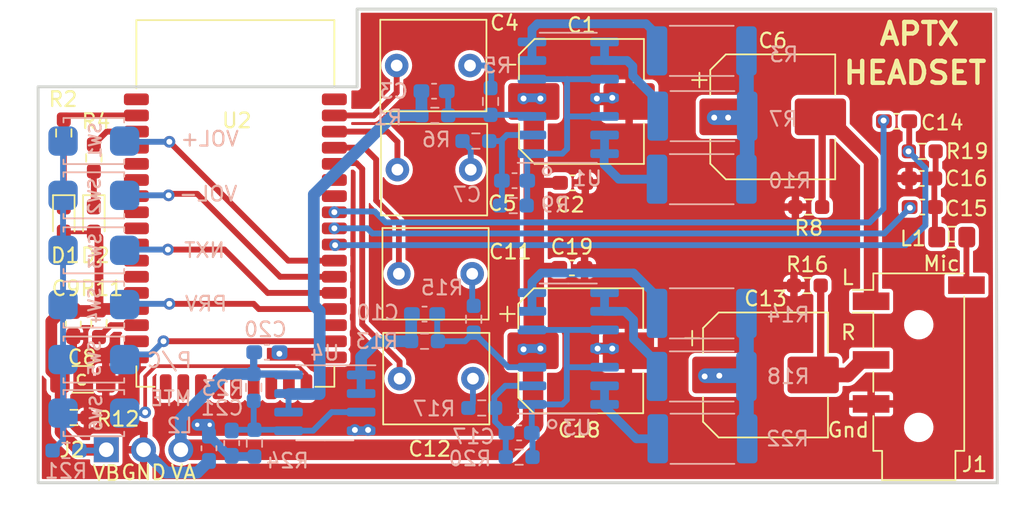
<source format=kicad_pcb>
(kicad_pcb (version 20220308) (generator pcbnew)
  (layers (0 "F.Cu" signal) (31 "B.Cu" signal) (34 "B.Paste" user) (35 "F.Paste" user) (36 "B.SilkS" user "B.Silkscreen") (37 "F.SilkS" user "F.Silkscreen") (38 "B.Mask" user) (39 "F.Mask" user) (44 "Edge.Cuts" user))
  (net 0 "")
  (net 1 "VDDA")
  (net 2 "GNDA")
  (net 3 "/VGND_L")
  (net 4 "/LIN_P")
  (net 5 "Net-(C4-Pad2)")
  (net 6 "/LIN_N")
  (net 7 "Net-(C5-Pad2)")
  (net 8 "Net-(C6-Pad1)")
  (net 9 "/LOUT")
  (net 10 "+4V")
  (net 11 "GNDD")
  (net 12 "/RIN_P")
  (net 13 "Net-(C11-Pad2)")
  (net 14 "/RIN_N")
  (net 15 "Net-(C12-Pad2)")
  (net 16 "Net-(C13-Pad1)")
  (net 17 "/ROUT")
  (net 18 "/MIC_AP")
  (net 19 "/MIC_BIAS")
  (net 20 "/MIC_AN")
  (net 21 "Net-(C15-Pad2)")
  (net 22 "Net-(D1-K)")
  (net 23 "Net-(D2-K)")
  (net 24 "Net-(U4A-+)")
  (net 25 "Net-(U2-LED1)")
  (net 26 "Net-(U2-LED0)")
  (net 27 "Net-(R21-Pad2)")
  (net 28 "/VOL+")
  (net 29 "/VOL-")
  (net 30 "/NEXT")
  (net 31 "/PREV")
  (net 32 "/PP{slash}CALL")
  (net 33 "/MUTE")
  (net 59 "Net-(U1A-+)")
  (net 60 "Net-(U1A--)")
  (net 61 "Net-(U1B-+)")
  (net 62 "Net-(U3A-+)")
  (net 63 "Net-(U3A--)")
  (net 64 "Net-(U3B-+)")
  (net 65 "Net-(U1B--)")
  (net 66 "Net-(U1C--)")
  (net 67 "Net-(U1D--)")
  (net 68 "Net-(U3B--)")
  (net 69 "Net-(U3C--)")
  (net 70 "Net-(U3D--)")
  (net 71 "/MIC+")
  (net 72 "/VGND_R")
  (net 73 "Net-(U2-PWR_EN)")
  (footprint "00_hari:Jack_3.5mm_PJ320D_Horizontal" (layer "F.Cu") (at 145.9 92.6 90)
    (fp_text reference "J1")
    (fp_text value "AudioJack4")
  )
  (footprint "00_hari:C_0603_1608Metric_Pad1.08x0.95mm_HandSolder" (layer "F.Cu") (at 122.25 86.5)
    (fp_text reference "C19")
    (fp_text value "100nF")
  )
  (footprint "00_hari:L_0805_2012Metric_Pad1.15x1.40mm_HandSolder" (layer "F.Cu") (at 148.15 84.4)
    (fp_text reference "L1")
    (fp_text value "15nH")
  )
  (footprint "00_hari:CP_Elec_8x10" (layer "F.Cu") (at 135.9425 76.2)
    (fp_text reference "C6")
    (fp_text value "330uF 25V")
  )
  (footprint "00_hari:R_0603_1608Metric_Pad0.98x0.95mm_HandSolder" (layer "F.Cu") (at 89.65 79 90)
    (fp_text reference "R4")
    (fp_text value "2K2")
  )
  (footprint "00_hari:LED_0603_1608Metric_Pad1.05x0.95mm_HandSolder" (layer "F.Cu") (at 87.6 83.2 -90)
    (fp_text reference "D1")
    (fp_text value "BLU")
  )
  (footprint "00_hari:C_0603_1608Metric_Pad1.08x0.95mm_HandSolder" (layer "F.Cu") (at 122.3 80.7)
    (fp_text reference "C2")
    (fp_text value "100nF")
  )
  (footprint "00_hari:C_Rect_L7.0mm_W6.0mm_P5.00mm" (layer "F.Cu") (at 110.3 72.7)
    (fp_text reference "C4")
    (fp_text value "1uF polyester")
  )
  (footprint "00_hari:CP_Elec_8x10" (layer "F.Cu") (at 122.9 75.15)
    (fp_text reference "C1")
    (fp_text value "330uF 25V")
  )
  (footprint "00_hari:CP_Elec_8x10" (layer "F.Cu") (at 135.45 93.8)
    (fp_text reference "C13")
    (fp_text value "330uF 25V")
  )
  (footprint "00_hari:R_0603_1608Metric_Pad0.98x0.95mm_HandSolder" (layer "F.Cu") (at 87.6 77.3 90)
    (fp_text reference "R2")
    (fp_text value "2K2")
  )
  (footprint "00_hari:csr8645_f3188" (layer "F.Cu") (at 99.3 75.005)
    (fp_text reference "U2")
    (fp_text value "CSR8645")
  )
  (footprint "00_hari:R_0603_1608Metric_Pad0.98x0.95mm_HandSolder" (layer "F.Cu") (at 146.1375 78.55)
    (fp_text reference "R19")
    (fp_text value "2K2")
  )
  (footprint "00_hari:C_0603_1608Metric_Pad1.08x0.95mm_HandSolder" (layer "F.Cu") (at 88.25 90.3 90)
    (fp_text reference "C9")
    (fp_text value "100nF")
  )
  (footprint "00_hari:C_Rect_L7.0mm_W6.0mm_P5.00mm" (layer "F.Cu") (at 110.35 79.8)
    (fp_text reference "C5")
    (fp_text value "1uF polyester")
  )
  (footprint "00_hari:C_0603_1608Metric_Pad1.08x0.95mm_HandSolder" (layer "F.Cu") (at 144.3875 76.5)
    (fp_text reference "C14")
    (fp_text value "100nF")
  )
  (footprint "00_hari:C_0603_1608Metric_Pad1.08x0.95mm_HandSolder" (layer "F.Cu") (at 146.1 80.4 180)
    (fp_text reference "C16")
    (fp_text value "15pF")
  )
  (footprint "00_hari:R_0603_1608Metric_Pad0.98x0.95mm_HandSolder" (layer "F.Cu") (at 90 90.3 -90)
    (fp_text reference "R11")
    (fp_text value "10K")
  )
  (footprint "00_hari:LED_0603_1608Metric_Pad1.05x0.95mm_HandSolder" (layer "F.Cu") (at 89.65 83.2 -90)
    (fp_text reference "D2")
    (fp_text value "RED")
  )
  (footprint "00_hari:R_0603_1608Metric_Pad0.98x0.95mm_HandSolder" (layer "F.Cu") (at 138.3 87.7)
    (fp_text reference "R16")
    (fp_text value "22K")
  )
  (footprint "00_hari:C_0603_1608Metric_Pad1.08x0.95mm_HandSolder" (layer "F.Cu") (at 146.1375 82.35)
    (fp_text reference "C15")
    (fp_text value "100nF")
  )
  (footprint "00_hari:C_1206_3216Metric_Pad1.33x1.80mm_HandSolder" (layer "F.Cu") (at 88.9 94.1)
    (fp_text reference "C8")
    (fp_text value "10uF tantalum")
  )
  (footprint "00_hari:PinHeader_1x03_P2.54mm_Vertical" (layer "F.Cu") (at 90.5 98.9 90)
    (fp_text reference "J2")
    (fp_text value "Conn_01x03")
  )
  (footprint "00_hari:R_0603_1608Metric_Pad0.98x0.95mm_HandSolder" (layer "F.Cu") (at 138.4 82.35 180)
    (fp_text reference "R8")
    (fp_text value "22K")
  )
  (footprint "00_hari:R_0603_1608Metric_Pad0.98x0.95mm_HandSolder" (layer "F.Cu") (at 88.3 96.7)
    (fp_text reference "R12")
    (fp_text value "10K")
  )
  (footprint "00_hari:CP_Elec_8x10" (layer "F.Cu") (at 122.85 92.15)
    (fp_text reference "C18")
    (fp_text value "330uF 25V")
  )
  (footprint "00_hari:C_Rect_L7.0mm_W6.0mm_P5.00mm" (layer "F.Cu") (at 110.45 86.9)
    (fp_text reference "C11")
    (fp_text value "1uF polyester")
  )
  (footprint "00_hari:C_Rect_L7.0mm_W6.0mm_P5.00mm" (layer "F.Cu") (at 110.5 94.05)
    (fp_text reference "C12")
    (fp_text value "1uF polyester")
  )
  (footprint "00_hari:C_0603_1608Metric_Pad1.08x0.95mm_HandSolder" (layer "B.Cu") (at 118.65 97.75)
    (fp_text reference "C17")
    (fp_text value "20pF")
  )
  (footprint "00_hari:R_0603_1608Metric_Pad0.98x0.95mm_HandSolder" (layer "B.Cu") (at 112.2 91.5)
    (fp_text reference "R13")
    (fp_text value "22K")
  )
  (footprint "00_hari:SW_Push_SPST_NO_Alps_SKRK" (layer "B.Cu") (at 89.65 77.85)
    (fp_text reference "SW1")
    (fp_text value "vol+")
  )
  (footprint "00_hari:SOIC-8_3.9x4.9mm_P1.27mm" (layer "B.Cu") (at 105.4 95.7 180)
    (fp_text reference "U4")
    (fp_text value "LM358")
  )
  (footprint "00_hari:SW_Push_SPST_NO_Alps_SKRK" (layer "B.Cu") (at 89.65 89)
    (fp_text reference "SW4")
    (fp_text value "prev")
  )
  (footprint "00_hari:SW_Push_SPST_NO_Alps_SKRK" (layer "B.Cu") (at 89.65 96.4)
    (fp_text reference "SW6")
    (fp_text value "mute")
  )
  (footprint "00_hari:C_0603_1608Metric_Pad1.08x0.95mm_HandSolder" (layer "B.Cu") (at 101.45 92.25)
    (fp_text reference "C20")
    (fp_text value "10uF")
  )
  (footprint "00_hari:SW_Push_SPST_NO_Alps_SKRK" (layer "B.Cu") (at 89.65 85.3)
    (fp_text reference "SW3")
    (fp_text value "next")
  )
  (footprint "00_hari:R_0603_1608Metric_Pad0.98x0.95mm_HandSolder" (layer "B.Cu") (at 100.55 94.65 -90)
    (fp_text reference "R23")
    (fp_text value "10K")
  )
  (footprint "00_hari:SOIC-14_3.9x8.7mm_P1.27mm" (layer "B.Cu") (at 122 74.9)
    (fp_text reference "U1")
    (fp_text value "OPA1664")
  )
  (footprint "00_hari:C_0603_1608Metric_Pad1.08x0.95mm_HandSolder" (layer "B.Cu") (at 118.3375 80.55)
    (fp_text reference "C7")
    (fp_text value "20pF")
  )
  (footprint "00_hari:R_2512_6332Metric_Pad1.40x3.35mm_HandSolder" (layer "B.Cu") (at 131.1 80.45)
    (fp_text reference "R10")
    (fp_text value "0R2")
  )
  (footprint "00_hari:R_2512_6332Metric_Pad1.40x3.35mm_HandSolder" (layer "B.Cu") (at 131.1 89.6)
    (fp_text reference "R14")
    (fp_text value "0R2")
  )
  (footprint "00_hari:SW_Push_SPST_NO_Alps_SKRK" (layer "B.Cu") (at 89.65 92.75)
    (fp_text reference "SW5")
    (fp_text value "pp/call")
  )
  (footprint "00_hari:SOIC-14_3.9x8.7mm_P1.27mm" (layer "B.Cu") (at 122 92)
    (fp_text reference "U3")
    (fp_text value "OPA1664")
  )
  (footprint "00_hari:SW_Push_SPST_NO_Alps_SKRK" (layer "B.Cu") (at 89.65 81.55)
    (fp_text reference "SW2")
    (fp_text value "vol-")
  )
  (footprint "00_hari:R_2512_6332Metric_Pad1.40x3.35mm_HandSolder" (layer "B.Cu") (at 131.15 76.15)
    (fp_text reference "R7")
    (fp_text value "0R2")
  )
  (footprint "00_hari:R_0603_1608Metric_Pad0.98x0.95mm_HandSolder" (layer "B.Cu") (at 118.65 99.4)
    (fp_text reference "R20")
    (fp_text value "22K")
  )
  (footprint "00_hari:R_0603_1608Metric_Pad0.98x0.95mm_HandSolder" (layer "B.Cu") (at 115.55 90 -90)
    (fp_text reference "R15")
    (fp_text value "22K")
  )
  (footprint "00_hari:R_0603_1608Metric_Pad0.98x0.95mm_HandSolder" (layer "B.Cu") (at 118.25 82.25)
    (fp_text reference "R9")
    (fp_text value "22K")
  )
  (footprint "00_hari:C_0603_1608Metric_Pad1.08x0.95mm_HandSolder" (layer "B.Cu") (at 97.5 98.8 90)
    (fp_text reference "L2")
    (fp_text value "L_Ferrite")
  )
  (footprint "00_hari:R_0603_1608Metric_Pad0.98x0.95mm_HandSolder" (layer "B.Cu") (at 116.7 75.15 -90)
    (fp_text reference "R5")
    (fp_text value "22K")
  )
  (footprint "00_hari:C_0603_1608Metric_Pad1.08x0.95mm_HandSolder" (layer "B.Cu") (at 112.85 74.45)
    (fp_text reference "C3")
    (fp_text value "20pF")
  )
  (footprint "00_hari:R_2512_6332Metric_Pad1.40x3.35mm_HandSolder" (layer "B.Cu") (at 131.1 71.7)
    (fp_text reference "R3")
    (fp_text value "0R2")
  )
  (footprint "00_hari:R_0603_1608Metric_Pad0.98x0.95mm_HandSolder" (layer "B.Cu") (at 112.9 76.1)
    (fp_text reference "R1")
    (fp_text value "22K")
  )
  (footprint "00_hari:R_0603_1608Metric_Pad0.98x0.95mm_HandSolder" (layer "B.Cu") (at 115.7 77.85)
    (fp_text reference "R6")
    (fp_text value "22K")
  )
  (footprint "00_hari:R_2512_6332Metric_Pad1.40x3.35mm_HandSolder" (layer "B.Cu") (at 131.1 93.9)
    (fp_text reference "R18")
    (fp_text value "0R2")
  )
  (footprint "00_hari:R_0603_1608Metric_Pad0.98x0.95mm_HandSolder" (layer "B.Cu") (at 116.1 96.05)
    (fp_text reference "R17")
    (fp_text value "22K")
  )
  (footprint "00_hari:C_0603_1608Metric_Pad1.08x0.95mm_HandSolder" (layer "B.Cu") (at 99.05 98.45 -90)
    (fp_text reference "C21")
    (fp_text value "10uF")
  )
  (footprint "00_hari:R_0603_1608Metric_Pad0.98x0.95mm_HandSolder" (layer "B.Cu") (at 100.6 98.45 -90)
    (fp_text reference "R24")
    (fp_text value "10K")
  )
  (footprint "00_hari:R_0603_1608Metric_Pad0.98x0.95mm_HandSolder" (layer "B.Cu") (at 87.75 98.95 180)
    (fp_text reference "R21")
    (fp_text value "10K")
  )
  (footprint "00_hari:R_2512_6332Metric_Pad1.40x3.35mm_HandSolder" (layer "B.Cu") (at 131.15 98.15)
    (fp_text reference "R22")
    (fp_text value "0R2")
  )
  (footprint "00_hari:C_0603_1608Metric_Pad1.08x0.95mm_HandSolder" (layer "B.Cu") (at 112.2 89.65)
    (fp_text reference "C10")
    (fp_text value "20pF")
  )
  (gr_circle (center 120.55 79.9) (end 120.35 80.1) (stroke (width 0.15)) (fill none) (layer "B.SilkS"))
  (gr_circle (center 120.9 97.15) (end 120.7 97.35) (stroke (width 0.15)) (fill none) (layer "B.SilkS"))
  (gr_poly (pts (xy 151.25 101.15) (xy 85.85 101.15) (xy 85.85 74.15) (xy 107.6 74.15) (xy 107.6 68.85) (xy 151.15 68.85)) (stroke (width 0.2)) (fill none) (layer "Edge.Cuts"))
  (gr_text "VOL-" (at 97.45 81.45) (layer "B.SilkS") (effects (font (size 1 1)) (justify mirror)))
  (gr_text "MTE" (at 94.9 95.4) (layer "B.SilkS") (effects (font (size 1 1)) (justify mirror)))
  (gr_text "PRV" (at 97.3 88.95) (layer "B.SilkS") (effects (font (size 1 1)) (justify mirror)))
  (gr_text "NXT" (at 97.2 85.3) (layer "B.SilkS") (effects (font (size 1 1)) (justify mirror)))
  (gr_text "VOL+" (at 97.55 77.7) (layer "B.SilkS") (effects (font (size 1 1)) (justify mirror)))
  (gr_text "P/C" (at 94.8 92.8) (layer "B.SilkS") (effects (font (size 1 1)) (justify mirror)))
  (gr_text "VB" (at 90.5 100.5) (layer "F.SilkS") (effects (font (size 1 1))))
  (gr_text "L" (at 141.05 87.15) (layer "F.SilkS") (effects (font (size 1 1))))
  (gr_text "GND" (at 93.05 100.45) (layer "F.SilkS") (effects (font (size 1 1))))
  (gr_text "Gnd" (at 141.1 97.55) (layer "F.SilkS") (effects (font (size 1 1))))
  (gr_text "APTX" (at 145.95 70.55) (layer "F.SilkS") (effects (font (size 1.5 1.5) (thickness 0.3) bold)))
  (gr_text "HEADSET" (at 145.65 73.2) (layer "F.SilkS") (effects (font (size 1.5 1.5) (thickness 0.3) bold)))
  (gr_text "R" (at 141.1 90.9) (layer "F.SilkS") (effects (font (size 1 1))))
  (gr_text "VA" (at 95.75 100.45) (layer "F.SilkS") (effects (font (size 1 1))))
  (gr_text "Mic" (at 147.45 86.2) (layer "F.SilkS") (effects (font (size 1 1))))
  (segment (start 119.75 80.7) (end 119.65 80.6) (width 0.25) (layer "F.Cu") (net 1))
  (segment (start 119.6 97.15) (end 119.6 92.15) (width 1.4) (layer "F.Cu") (net 1))
  (segment (start 119.65 75.15) (end 119.65 80.6) (width 1.4) (layer "F.Cu") (net 1))
  (segment (start 95.58 98.9) (end 117.85 98.9) (width 1.4) (layer "F.Cu") (net 1))
  (segment (start 121.4375 80.7) (end 119.75 80.7) (width 0.7) (layer "F.Cu") (net 1))
  (segment (start 119.65 92.1) (end 119.6 92.15) (width 0.25) (layer "F.Cu") (net 1))
  (segment (start 119.65 86.45) (end 119.65 92.1) (width 1.4) (layer "F.Cu") (net 1))
  (segment (start 117.85 98.9) (end 119.6 97.15) (width 1.4) (layer "F.Cu") (net 1))
  (segment (start 119.65 80.6) (end 119.65 86.45) (width 1.4) (layer "F.Cu") (net 1))
  (segment (start 121.3875 86.5) (end 119.7 86.5) (width 0.7) (layer "F.Cu") (net 1))
  (segment (start 119.7 86.5) (end 119.65 86.45) (width 0.25) (layer "F.Cu") (net 1))
  (via (at 120.1 74.95) (size 0.8) (drill 0.4) (layers "F.Cu" "B.Cu") (net 1))
  (via (at 118.95 74.95) (size 0.8) (drill 0.4) (layers "F.Cu" "B.Cu") (net 1))
  (via (at 120.1 92) (size 0.8) (drill 0.4) (layers "F.Cu" "B.Cu") (net 1))
  (via (at 118.95 92.05) (size 0.8) (drill 0.4) (layers "F.Cu" "B.Cu") (net 1))
  (segment (start 95.55 96.8) (end 95.58 96.83) (width 0.25) (layer "B.Cu") (net 1))
  (segment (start 100.55 93.7375) (end 102.8325 93.7375) (width 0.5) (layer "B.Cu") (net 1))
  (segment (start 100.55 93.7375) (end 100.55 92.2875) (width 0.5) (layer "B.Cu") (net 1))
  (segment (start 95.58 96.83) (end 95.58 98.9) (width 0.8) (layer "B.Cu") (net 1))
  (segment (start 100.55 93.7375) (end 98.6125 93.7375) (width 0.8) (layer "B.Cu") (net 1))
  (segment (start 98.6125 93.7375) (end 95.55 96.8) (width 0.8) (layer "B.Cu") (net 1))
  (segment (start 125 92) (end 124 92) (width 0.8) (layer "F.Cu") (net 2))
  (segment (start 124.95 74.95) (end 125 74.9) (width 0.254) (layer "F.Cu") (net 2))
  (segment (start 123.95 74.95) (end 124.95 74.95) (width 0.8) (layer "F.Cu") (net 2))
  (via (at 124 92) (size 0.8) (drill 0.4) (layers "F.Cu" "B.Cu") (net 2))
  (via (at 123.95 74.95) (size 0.8) (drill 0.4) (layers "F.Cu" "B.Cu") (net 2))
  (via (at 97.55 97.2) (size 0.7) (drill 0.3) (layers "F.Cu" "B.Cu") (net 2))
  (via (at 125 92) (size 0.8) (drill 0.4) (layers "F.Cu" "B.Cu") (net 2))
  (via (at 102.3 92.3535) (size 0.8) (drill 0.4) (layers "F.Cu" "B.Cu") (net 2))
  (via (at 96.7 97.2) (size 0.7) (drill 0.3) (layers "F.Cu" "B.Cu") (net 2))
  (via (at 108.35 97.5505) (size 0.8) (drill 0.4) (layers "F.Cu" "B.Cu") (net 2))
  (via (at 107.45 97.5505) (size 0.8) (drill 0.4) (layers "F.Cu" "B.Cu") (net 2))
  (via (at 125 74.9) (size 0.8) (drill 0.4) (layers "F.Cu" "B.Cu") (net 2))
  (segment (start 98.875 99.3125) (end 97.5 97.9375) (width 0.6) (layer "B.Cu") (net 2))
  (segment (start 100.6 99.3625) (end 99.1 99.3625) (width 0.6) (layer "B.Cu") (net 2))
  (segment (start 97.4785 97.2) (end 96.7 97.2) (width 0.8) (layer "B.Cu") (net 2))
  (segment (start 99.1 99.3625) (end 99.05 99.3125) (width 0.254) (layer "B.Cu") (net 2))
  (segment (start 99.05 99.3125) (end 98.875 99.3125) (width 0.254) (layer "B.Cu") (net 2))
  (segment (start 97.5 97.9375) (end 97.5 97.2) (width 0.8) (layer "B.Cu") (net 2))
  (segment (start 97.5 97.2) (end 97.55 97.2) (width 0.254) (layer "B.Cu") (net 2))
  (segment (start 111.9875 76.1) (end 110.05 76.1) (width 0.8) (layer "B.Cu") (net 3))
  (segment (start 111.9875 74.45) (end 111.9875 76.1) (width 0.8) (layer "B.Cu") (net 3))
  (segment (start 102.925 96.335) (end 102.925 95.065) (width 0.4) (layer "B.Cu") (net 3))
  (segment (start 104.65 89.05) (end 105.05 89.45) (width 0.8) (layer "B.Cu") (net 3))
  (segment (start 105.05 89.45) (end 105.05 95.1) (width 0.8) (layer "B.Cu") (net 3))
  (segment (start 105.05 95.1) (end 102.96 95.1) (width 0.8) (layer "B.Cu") (net 3))
  (segment (start 110.05 76.1) (end 104.65 81.5) (width 0.8) (layer "B.Cu") (net 3))
  (segment (start 104.65 81.5) (end 104.65 89.05) (width 0.8) (layer "B.Cu") (net 3))
  (segment (start 110.3 74.55) (end 110.3 72.7) (width 0.4) (layer "F.Cu") (net 4))
  (segment (start 106.05 76.105) (end 108.745 76.105) (width 0.4) (layer "F.Cu") (net 4))
  (segment (start 108.745 76.105) (end 110.3 74.55) (width 0.4) (layer "F.Cu") (net 4))
  (segment (start 116.75 73.1) (end 116.75 74.1875) (width 0.4) (layer "B.Cu") (net 5))
  (segment (start 115.3 72.7) (end 116.35 72.7) (width 0.4) (layer "B.Cu") (net 5))
  (segment (start 116.35 72.7) (end 116.75 73.1) (width 0.4) (layer "B.Cu") (net 5))
  (segment (start 109.3 77.2) (end 109.65 77.2) (width 0.4) (layer "F.Cu") (net 6))
  (segment (start 109.295 77.205) (end 109.3 77.2) (width 0.4) (layer "F.Cu") (net 6))
  (segment (start 110.35 77.9) (end 110.35 79.8) (width 0.4) (layer "F.Cu") (net 6))
  (segment (start 109.65 77.2) (end 110.35 77.9) (width 0.4) (layer "F.Cu") (net 6))
  (segment (start 106.05 77.205) (end 109.295 77.205) (width 0.4) (layer "F.Cu") (net 6))
  (segment (start 115.35 78.4125) (end 114.7875 77.85) (width 0.4) (layer "B.Cu") (net 7))
  (segment (start 115.35 79.8) (end 115.35 78.4125) (width 0.4) (layer "B.Cu") (net 7))
  (via (at 131.95 76.25) (size 0.8) (drill 0.4) (layers "F.Cu" "B.Cu") (net 8))
  (via (at 132.9 76.25) (size 0.8) (drill 0.4) (layers "F.Cu" "B.Cu") (net 8))
  (segment (start 134 76.25) (end 134.15 76.1) (width 0.254) (layer "B.Cu") (net 8))
  (segment (start 134.2 76.15) (end 134.2 80.4) (width 1) (layer "B.Cu") (net 8))
  (segment (start 132.9 76.25) (end 134 76.25) (width 1) (layer "B.Cu") (net 8))
  (segment (start 134.15 76.1) (end 134.2 76.15) (width 0.254) (layer "B.Cu") (net 8))
  (segment (start 134.2 80.4) (end 134.15 80.45) (width 0.254) (layer "B.Cu") (net 8))
  (segment (start 134.15 71.7) (end 134.15 76.1) (width 1) (layer "B.Cu") (net 8))
  (segment (start 131.95 76.25) (end 132.9 76.25) (width 1) (layer "B.Cu") (net 8))
  (segment (start 139.65 76.2) (end 139.1925 76.2) (width 0.25) (layer "F.Cu") (net 9))
  (segment (start 142.65 79.2) (end 139.65 76.2) (width 1) (layer "F.Cu") (net 9))
  (segment (start 142.65 88.775) (end 142.65 79.2) (width 1) (layer "F.Cu") (net 9))
  (segment (start 139.3125 76.32) (end 139.3125 82.35) (width 0.5) (layer "F.Cu") (net 9))
  (segment (start 139.1925 76.2) (end 139.3125 76.32) (width 0.25) (layer "F.Cu") (net 9))
  (segment (start 86.75 90.15) (end 86.75 93.5125) (width 0.8) (layer "F.Cu") (net 10))
  (segment (start 88.6 98.9) (end 87.3875 97.6875) (width 0.8) (layer "F.Cu") (net 10))
  (segment (start 89.65 84.075) (end 90 84.425) (width 0.25) (layer "F.Cu") (net 10))
  (segment (start 86.75 93.5125) (end 87.25 94.0125) (width 0.8) (layer "F.Cu") (net 10))
  (segment (start 87.3875 97.6875) (end 87.3875 96.15) (width 0.8) (layer "F.Cu") (net 10))
  (segment (start 87.6 84.075) (end 89.65 84.075) (width 0.25) (layer "F.Cu") (net 10))
  (segment (start 90.5 98.9) (end 88.6 98.9) (width 0.8) (layer "F.Cu") (net 10))
  (segment (start 90 84.425) (end 90 89.3875) (width 0.6) (layer "F.Cu") (net 10))
  (segment (start 87.3875 96.15) (end 87.3875 94.15) (width 0.8) (layer "F.Cu") (net 10))
  (segment (start 88.25 89.4375) (end 87.4625 89.4375) (width 0.8) (layer "F.Cu") (net 10))
  (segment (start 87.4625 89.4375) (end 86.75 90.15) (width 0.8) (layer "F.Cu") (net 10))
  (segment (start 88.25 89.4375) (end 89.95 89.4375) (width 0.8) (layer "F.Cu") (net 10))
  (segment (start 91.9 89.3) (end 90.0875 89.3) (width 0.8) (layer "F.Cu") (net 10))
  (segment (start 90.45 98.95) (end 90.5 98.9) (width 0.4) (layer "B.Cu") (net 10))
  (segment (start 88.6625 98.95) (end 90.45 98.95) (width 0.4) (layer "B.Cu") (net 10))
  (segment (start 92.55 92.605) (end 92.55 93.35) (width 0.6) (layer "F.Cu") (net 11))
  (segment (start 92.55 92.605) (end 91.255 92.605) (width 0.6) (layer "F.Cu") (net 11))
  (segment (start 96.7125 100.45) (end 97.5 99.6625) (width 0.8) (layer "B.Cu") (net 11))
  (segment (start 93.04 98.9) (end 94.59 100.45) (width 0.8) (layer "B.Cu") (net 11))
  (segment (start 94.59 100.45) (end 96.7125 100.45) (width 0.8) (layer "B.Cu") (net 11))
  (segment (start 108.1 78.3) (end 106.055 78.3) (width 0.4) (layer "F.Cu") (net 12))
  (segment (start 108.9 79.1) (end 108.1 78.3) (width 0.4) (layer "F.Cu") (net 12))
  (segment (start 110.45 83.45) (end 108.9 81.9) (width 0.4) (layer "F.Cu") (net 12))
  (segment (start 106.055 78.3) (end 106.05 78.305) (width 0.4) (layer "F.Cu") (net 12))
  (segment (start 110.45 86.9) (end 110.45 83.45) (width 0.4) (layer "F.Cu") (net 12))
  (segment (start 108.9 81.9) (end 108.9 79.1) (width 0.4) (layer "F.Cu") (net 12))
  (segment (start 115.45 88.9875) (end 115.55 89.0875) (width 0.254) (layer "B.Cu") (net 13))
  (segment (start 115.45 86.9) (end 115.45 88.9875) (width 0.4) (layer "B.Cu") (net 13))
  (segment (start 106.105 79.35) (end 106.05 79.405) (width 0.4) (layer "F.Cu") (net 14))
  (segment (start 107.55 79.35) (end 106.105 79.35) (width 0.4) (layer "F.Cu") (net 14))
  (segment (start 110.5 94.05) (end 110.5 92.9) (width 0.4) (layer "F.Cu") (net 14))
  (segment (start 110.5 92.9) (end 107.95 90.35) (width 0.4) (layer "F.Cu") (net 14))
  (segment (start 107.95 90.35) (end 107.95 79.75) (width 0.4) (layer "F.Cu") (net 14))
  (segment (start 107.95 79.75) (end 107.55 79.35) (width 0.4) (layer "F.Cu") (net 14))
  (segment (start 115.5 94.05) (end 115.5 95.7375) (width 0.4) (layer "B.Cu") (net 15))
  (segment (start 115.5 95.7375) (end 115.1875 96.05) (width 0.254) (layer "B.Cu") (net 15))
  (via (at 131.3 93.9) (size 0.8) (drill 0.4) (layers "F.Cu" "B.Cu") (net 16))
  (via (at 132.3 93.85) (size 0.8) (drill 0.4) (layers "F.Cu" "B.Cu") (net 16))
  (segment (start 131.35 93.85) (end 131.3 93.9) (width 0.254) (layer "B.Cu") (net 16))
  (segment (start 132.3 93.85) (end 131.35 93.85) (width 1) (layer "B.Cu") (net 16))
  (segment (start 134.15 93.9) (end 134.15 98.1) (width 1) (layer "B.Cu") (net 16))
  (segment (start 132.3 93.85) (end 134.1 93.85) (width 1) (layer "B.Cu") (net 16))
  (segment (start 134.1 93.85) (end 134.15 93.9) (width 0.254) (layer "B.Cu") (net 16))
  (segment (start 134.15 98.1) (end 134.2 98.15) (width 0.254) (layer "B.Cu") (net 16))
  (segment (start 134.15 89.6) (end 134.15 93.9) (width 1) (layer "B.Cu") (net 16))
  (segment (start 141.05 93.8) (end 138.7 93.8) (width 1) (layer "F.Cu") (net 17))
  (segment (start 139.2125 93.2875) (end 138.7 93.8) (width 0.25) (layer "F.Cu") (net 17))
  (segment (start 142.65 92.775) (end 142.075 92.775) (width 0.254) (layer "F.Cu") (net 17))
  (segment (start 142.075 92.775) (end 141.05 93.8) (width 1) (layer "F.Cu") (net 17))
  (segment (start 139.2125 87.7) (end 139.2125 93.2875) (width 0.5) (layer "F.Cu") (net 17))
  (via (at 143.5 76.45) (size 0.8) (drill 0.4) (layers "F.Cu" "B.Cu") (net 18))
  (via (at 106.05 82.7) (size 0.8) (drill 0.4) (layers "F.Cu" "B.Cu") (net 18))
  (segment (start 108.8 82.65) (end 106.1 82.65) (width 0.4) (layer "B.Cu") (net 18))
  (segment (start 143.5 82.45) (end 142.55 83.4) (width 0.4) (layer "B.Cu") (net 18))
  (segment (start 109.55 83.4) (end 108.8 82.65) (width 0.4) (layer "B.Cu") (net 18))
  (segment (start 106.1 82.65) (end 106.05 82.7) (width 0.2) (layer "B.Cu") (net 18))
  (segment (start 143.5 76.45) (end 143.5 82.45) (width 0.4) (layer "B.Cu") (net 18))
  (segment (start 142.55 83.4) (end 109.55 83.4) (width 0.4) (layer "B.Cu") (net 18))
  (segment (start 145.25 76.5) (end 145.25 78.525) (width 0.4) (layer "F.Cu") (net 19))
  (segment (start 145.25 78.525) (end 145.225 78.55) (width 0.25) (layer "F.Cu") (net 19))
  (via (at 145.2 78.55) (size 0.8) (drill 0.4) (layers "F.Cu" "B.Cu") (net 19))
  (via (at 106.1 84.95) (size 0.8) (drill 0.4) (layers "F.Cu" "B.Cu") (net 19))
  (segment (start 146.35 83.6) (end 146.35 79.7) (width 0.4) (layer "B.Cu") (net 19))
  (segment (start 146.35 79.7) (end 145.2 78.55) (width 0.4) (layer "B.Cu") (net 19))
  (segment (start 145 84.95) (end 146.35 83.6) (width 0.4) (layer "B.Cu") (net 19))
  (segment (start 106.1 84.95) (end 145 84.95) (width 0.4) (layer "B.Cu") (net 19))
  (via (at 106.05 83.8) (size 0.8) (drill 0.4) (layers "F.Cu" "B.Cu") (net 20))
  (via (at 145.3 82.4) (size 0.8) (drill 0.4) (layers "F.Cu" "B.Cu") (net 20))
  (segment (start 108.65 84.15) (end 108.3 83.8) (width 0.4) (layer "B.Cu") (net 20))
  (segment (start 143.55 84.15) (end 108.65 84.15) (width 0.4) (layer "B.Cu") (net 20))
  (segment (start 145.3 82.4) (end 143.55 84.15) (width 0.4) (layer "B.Cu") (net 20))
  (segment (start 108.3 83.8) (end 106.05 83.8) (width 0.4) (layer "B.Cu") (net 20))
  (segment (start 147 84.275) (end 147.125 84.4) (width 0.25) (layer "F.Cu") (net 21))
  (segment (start 147.05 80.3125) (end 146.9625 80.4) (width 0.254) (layer "F.Cu") (net 21))
  (segment (start 146.9625 82.3125) (end 147 82.35) (width 0.254) (layer "F.Cu") (net 21))
  (segment (start 146.9625 80.4) (end 146.9625 82.3125) (width 0.4) (layer "F.Cu") (net 21))
  (segment (start 147 82.35) (end 147 84.275) (width 0.4) (layer "F.Cu") (net 21))
  (segment (start 147.05 78.55) (end 147.05 80.3125) (width 0.4) (layer "F.Cu") (net 21))
  (segment (start 87.6 78.2125) (end 87.6 82.325) (width 0.4) (layer "F.Cu") (net 22))
  (segment (start 89.65 79.9125) (end 89.65 82.325) (width 0.4) (layer "F.Cu") (net 23))
  (segment (start 102.8425 97.5375) (end 102.9 97.595) (width 0.25) (layer "B.Cu") (net 24))
  (segment (start 99.1 97.5375) (end 99.05 97.5875) (width 0.25) (layer "B.Cu") (net 24))
  (segment (start 100.6 97.5375) (end 99.1 97.5375) (width 0.4) (layer "B.Cu") (net 24))
  (segment (start 100.6 97.5375) (end 102.8425 97.5375) (width 0.4) (layer "B.Cu") (net 24))
  (segment (start 102.9 97.595) (end 102.9 97.6) (width 0.25) (layer "B.Cu") (net 24))
  (segment (start 105.865 96.335) (end 107.725 96.335) (width 0.4) (layer "B.Cu") (net 24))
  (segment (start 102.9 97.6) (end 104.6 97.6) (width 0.4) (layer "B.Cu") (net 24))
  (segment (start 100.55 95.5625) (end 100.55 97.4875) (width 0.4) (layer "B.Cu") (net 24))
  (segment (start 104.6 97.6) (end 105.865 96.335) (width 0.4) (layer "B.Cu") (net 24))
  (segment (start 100.55 97.4875) (end 100.6 97.5375) (width 0.25) (layer "B.Cu") (net 24))
  (segment (start 92.55 76.105) (end 87.8825 76.105) (width 0.4) (layer "F.Cu") (net 25))
  (segment (start 87.8825 76.105) (end 87.6 76.3875) (width 0.25) (layer "F.Cu") (net 25))
  (segment (start 90.5325 77.205) (end 89.65 78.0875) (width 0.4) (layer "F.Cu") (net 26))
  (segment (start 92.55 77.205) (end 90.5325 77.205) (width 0.4) (layer "F.Cu") (net 26))
  (segment (start 87.55 89) (end 87.55 92.75) (width 0.4) (layer "B.Cu") (net 27))
  (segment (start 87.55 98.2375) (end 86.8375 98.95) (width 0.4) (layer "B.Cu") (net 27))
  (segment (start 87.55 77.85) (end 87.55 81.55) (width 0.4) (layer "B.Cu") (net 27))
  (segment (start 87.55 81.55) (end 87.55 85.3) (width 0.4) (layer "B.Cu") (net 27))
  (segment (start 87.55 92.75) (end 87.55 96.4) (width 0.4) (layer "B.Cu") (net 27))
  (segment (start 87.55 85.3) (end 87.55 89) (width 0.4) (layer "B.Cu") (net 27))
  (segment (start 87.55 96.4) (end 87.55 98.2375) (width 0.4) (layer "B.Cu") (net 27))
  (segment (start 106.05 86.005) (end 102.905 86.005) (width 0.4) (layer "F.Cu") (net 28))
  (segment (start 102.905 86.005) (end 94.8 77.9) (width 0.4) (layer "F.Cu") (net 28))
  (via (at 94.8 77.9) (size 0.8) (drill 0.4) (layers "F.Cu" "B.Cu") (net 28))
  (segment (start 94.8 77.9) (end 91.8 77.9) (width 0.4) (layer "B.Cu") (net 28))
  (segment (start 91.8 77.9) (end 91.75 77.85) (width 0.2) (layer "B.Cu") (net 28))
  (segment (start 106.05 87.105) (end 102.355 87.105) (width 0.4) (layer "F.Cu") (net 29))
  (segment (start 94.85 81.45) (end 94.75 81.55) (width 0.2) (layer "F.Cu") (net 29))
  (segment (start 102.355 87.105) (end 96.7 81.45) (width 0.4) (layer "F.Cu") (net 29))
  (segment (start 96.7 81.45) (end 94.85 81.45) (width 0.4) (layer "F.Cu") (net 29))
  (via (at 94.75 81.55) (size 0.8) (drill 0.4) (layers "F.Cu" "B.Cu") (net 29))
  (segment (start 94.75 81.55) (end 91.75 81.55) (width 0.4) (layer "B.Cu") (net 29))
  (segment (start 101.505 88.205) (end 106.05 88.205) (width 0.4) (layer "F.Cu") (net 30))
  (segment (start 98.55 85.25) (end 101.505 88.205) (width 0.4) (layer "F.Cu") (net 30))
  (segment (start 94.7 85.25) (end 98.55 85.25) (width 0.4) (layer "F.Cu") (net 30))
  (via (at 94.7 85.25) (size 0.8) (drill 0.4) (layers "F.Cu" "B.Cu") (net 30))
  (segment (start 91.8 85.25) (end 91.75 85.3) (width 0.25) (layer "B.Cu") (net 30))
  (segment (start 94.7 85.25) (end 91.8 85.25) (width 0.4) (layer "B.Cu") (net 30))
  (segment (start 94.8 88.95) (end 100.55 88.95) (width 0.4) (layer "F.Cu") (net 31))
  (segment (start 100.55 88.95) (end 100.905 89.305) (width 0.4) (layer "F.Cu") (net 31))
  (segment (start 100.905 89.305) (end 106.05 89.305) (width 0.4) (layer "F.Cu") (net 31))
  (via (at 94.8 88.95) (size 0.8) (drill 0.4) (layers "F.Cu" "B.Cu") (net 31))
  (segment (start 94.8 88.95) (end 91.8 88.95) (width 0.4) (layer "B.Cu") (net 31))
  (segment (start 91.8 88.95) (end 91.75 89) (width 0.25) (layer "B.Cu") (net 31))
  (segment (start 106.045 91.5) (end 106.05 91.505) (width 0.25) (layer "F.Cu") (net 32))
  (segment (start 94.4 91.5) (end 106.045 91.5) (width 0.4) (layer "F.Cu") (net 32))
  (via (at 94.4 91.5) (size 0.8) (drill 0.4) (layers "F.Cu" "B.Cu") (net 32))
  (segment (start 93.5 92.4) (end 92.1 92.4) (width 0.4) (layer "B.Cu") (net 32))
  (segment (start 92.1 92.4) (end 91.75 92.75) (width 0.25) (layer "B.Cu") (net 32))
  (segment (start 94.4 91.5) (end 93.5 92.4) (width 0.4) (layer "B.Cu") (net 32))
  (segment (start 93.85 93.2) (end 103.6 93.2) (width 0.254) (layer "F.Cu") (net 33))
  (segment (start 93.15 93.9) (end 93.85 93.2) (width 0.254) (layer "F.Cu") (net 33))
  (segment (start 103.6 93.2) (end 104.15 93.75) (width 0.254) (layer "F.Cu") (net 33))
  (segment (start 104.15 93.75) (end 104.15 94.605) (width 0.254) (layer "F.Cu") (net 33))
  (segment (start 93.15 96.35) (end 93.15 93.9) (width 0.254) (layer "F.Cu") (net 33))
  (via (at 93.15 96.35) (size 0.8) (drill 0.4) (layers "F.Cu" "B.Cu") (net 33))
  (segment (start 93.15 96.35) (end 93.1 96.4) (width 0.4) (layer "B.Cu") (net 33))
  (segment (start 93.1 96.4) (end 91.75 96.4) (width 0.4) (layer "B.Cu") (net 33))
  (segment (start 119.4175 76.0625) (end 119.525 76.17) (width 0.4) (layer "B.Cu") (net 59))
  (segment (start 113.85 76.0625) (end 113.8125 76.1) (width 0.4) (layer "B.Cu") (net 59))
  (segment (start 113.8125 76.1) (end 113.8125 74.55) (width 0.4) (layer "B.Cu") (net 59))
  (segment (start 116.7 76.0625) (end 119.4175 76.0625) (width 0.4) (layer "B.Cu") (net 59))
  (segment (start 113.8125 74.55) (end 113.7125 74.45) (width 0.4) (layer "B.Cu") (net 59))
  (segment (start 116.7 76.0625) (end 113.85 76.0625) (width 0.4) (layer "B.Cu") (net 59))
  (segment (start 117.475 77.775) (end 117.81 77.44) (width 0.4) (layer "B.Cu") (net 60))
  (segment (start 117.475 80.55) (end 117.475 77.775) (width 0.4) (layer "B.Cu") (net 60))
  (segment (start 117.475 82.1125) (end 117.3375 82.25) (width 0.254) (layer "B.Cu") (net 60))
  (segment (start 117.475 80.55) (end 117.475 82.1125) (width 0.4) (layer "B.Cu") (net 60))
  (segment (start 117.4 77.85) (end 117.475 77.775) (width 0.4) (layer "B.Cu") (net 60))
  (segment (start 117.81 77.44) (end 119.525 77.44) (width 0.4) (layer "B.Cu") (net 60))
  (segment (start 116.6125 77.85) (end 117.4 77.85) (width 0.4) (layer "B.Cu") (net 60))
  (segment (start 121.59 78.71) (end 121.92 78.38) (width 0.4) (layer "B.Cu") (net 61))
  (segment (start 124.475 76.17) (end 122.03 76.17) (width 0.4) (layer "B.Cu") (net 61))
  (segment (start 119.2 80.55) (end 119.2 82.2125) (width 0.4) (layer "B.Cu") (net 61))
  (segment (start 121.92 78.38) (end 121.92 76.28) (width 0.4) (layer "B.Cu") (net 61))
  (segment (start 121.92 73.63) (end 119.525 73.63) (width 0.4) (layer "B.Cu") (net 61))
  (segment (start 119.2 79.035) (end 119.525 78.71) (width 0.4) (layer "B.Cu") (net 61))
  (segment (start 119.2 80.55) (end 119.2 79.035) (width 0.4) (layer "B.Cu") (net 61))
  (segment (start 122.03 76.17) (end 121.92 76.28) (width 0.25) (layer "B.Cu") (net 61))
  (segment (start 119.525 78.71) (end 121.59 78.71) (width 0.4) (layer "B.Cu") (net 61))
  (segment (start 121.92 76.28) (end 121.92 73.63) (width 0.4) (layer "B.Cu") (net 61))
  (segment (start 119.2 82.2125) (end 119.1625 82.25) (width 0.254) (layer "B.Cu") (net 61))
  (segment (start 124.475 73.63) (end 121.92 73.63) (width 0.4) (layer "B.Cu") (net 61))
  (segment (start 113.0625 89.65) (end 113.0625 91.45) (width 0.4) (layer "B.Cu") (net 62))
  (segment (start 119.525 93.27) (end 117.9075 93.27) (width 0.4) (layer "B.Cu") (net 62))
  (segment (start 113.1125 91.5) (end 114.9625 91.5) (width 0.4) (layer "B.Cu") (net 62))
  (segment (start 114.9625 91.5) (end 115.55 90.9125) (width 0.4) (layer "B.Cu") (net 62))
  (segment (start 117.9075 93.27) (end 115.55 90.9125) (width 0.4) (layer "B.Cu") (net 62))
  (segment (start 113.0625 91.45) (end 113.1125 91.5) (width 0.254) (layer "B.Cu") (net 62))
  (segment (start 116.95 95.3) (end 116.95 95.9875) (width 0.4) (layer "B.Cu") (net 63))
  (segment (start 117.0125 96.05) (end 117.0125 96.975) (width 0.4) (layer "B.Cu") (net 63))
  (segment (start 117.7375 99.4) (end 117.7375 97.8) (width 0.4) (layer "B.Cu") (net 63))
  (segment (start 119.525 94.54) (end 117.71 94.54) (width 0.4) (layer "B.Cu") (net 63))
  (segment (start 117.0125 96.975) (end 117.7875 97.75) (width 0.4) (layer "B.Cu") (net 63))
  (segment (start 117.7375 97.8) (end 117.7875 97.75) (width 0.254) (layer "B.Cu") (net 63))
  (segment (start 117.71 94.54) (end 116.95 95.3) (width 0.4) (layer "B.Cu") (net 63))
  (segment (start 116.95 95.9875) (end 117.0125 96.05) (width 0.254) (layer "B.Cu") (net 63))
  (segment (start 124.475 90.73) (end 121.88 90.73) (width 0.4) (layer "B.Cu") (net 64))
  (segment (start 119.525 95.81) (end 121.59 95.81) (width 0.4) (layer "B.Cu") (net 64))
  (segment (start 122.02 93.27) (end 121.9 93.15) (width 0.25) (layer "B.Cu") (net 64))
  (segment (start 121.59 95.81) (end 121.9 95.5) (width 0.4) (layer "B.Cu") (net 64))
  (segment (start 121.9 95.5) (end 121.9 93.15) (width 0.4) (layer "B.Cu") (net 64))
  (segment (start 121.9 90.75) (end 121.88 90.73) (width 0.25) (layer "B.Cu") (net 64))
  (segment (start 119.5625 99.4) (end 119.5625 97.8) (width 0.4) (layer "B.Cu") (net 64))
  (segment (start 119.5125 95.8225) (end 119.525 95.81) (width 0.254) (layer "B.Cu") (net 64))
  (segment (start 121.9 93.15) (end 121.9 90.75) (width 0.4) (layer "B.Cu") (net 64))
  (segment (start 121.88 90.73) (end 119.525 90.73) (width 0.4) (layer "B.Cu") (net 64))
  (segment (start 119.5125 97.75) (end 119.5125 95.8225) (width 0.4) (layer "B.Cu") (net 64))
  (segment (start 124.475 93.27) (end 122.02 93.27) (width 0.4) (layer "B.Cu") (net 64))
  (segment (start 119.5625 97.8) (end 119.5125 97.75) (width 0.254) (layer "B.Cu") (net 64))
  (segment (start 128.05 71.7) (end 128.05 70.6) (width 0.6) (layer "B.Cu") (net 65))
  (segment (start 119.525 72.36) (end 119.525 71.09) (width 0.6) (layer "B.Cu") (net 65))
  (segment (start 127.3 69.85) (end 119.9 69.85) (width 0.6) (layer "B.Cu") (net 65))
  (segment (start 119.9 69.85) (end 119.525 70.225) (width 0.6) (layer "B.Cu") (net 65))
  (segment (start 119.525 70.225) (end 119.525 71.09) (width 0.6) (layer "B.Cu") (net 65))
  (segment (start 128.05 70.6) (end 127.3 69.85) (width 0.6) (layer "B.Cu") (net 65))
  (segment (start 124.475 71.09) (end 124.475 72.36) (width 0.6) (layer "B.Cu") (net 66))
  (segment (start 124.475 72.36) (end 126.01 72.36) (width 0.6) (layer "B.Cu") (net 66))
  (segment (start 126.4 72.75) (end 126.4 73.4) (width 0.6) (layer "B.Cu") (net 66))
  (segment (start 126.01 72.36) (end 126.4 72.75) (width 0.6) (layer "B.Cu") (net 66))
  (segment (start 126.4 73.4) (end 128.1 75.1) (width 0.6) (layer "B.Cu") (net 66))
  (segment (start 128.1 75.1) (end 128.1 76.15) (width 0.6) (layer "B.Cu") (net 66))
  (segment (start 125.45 80.45) (end 128.05 80.45) (width 0.6) (layer "B.Cu") (net 67))
  (segment (start 124.475 77.44) (end 124.475 78.71) (width 0.6) (layer "B.Cu") (net 67))
  (segment (start 124.475 78.71) (end 124.45 78.735) (width 0.6) (layer "B.Cu") (net 67))
  (segment (start 124.45 78.735) (end 124.45 79.45) (width 0.6) (layer "B.Cu") (net 67))
  (segment (start 124.45 79.45) (end 125.45 80.45) (width 0.6) (layer "B.Cu") (net 67))
  (segment (start 128.05 88.45) (end 128.05 89.6) (width 0.6) (layer "B.Cu") (net 68))
  (segment (start 119.525 89.46) (end 119.525 88.19) (width 0.6) (layer "B.Cu") (net 68))
  (segment (start 119.525 88.19) (end 119.525 87.475) (width 0.6) (layer "B.Cu") (net 68))
  (segment (start 119.525 87.475) (end 120.15 86.85) (width 0.6) (layer "B.Cu") (net 68))
  (segment (start 120.15 86.85) (end 126.45 86.85) (width 0.6) (layer "B.Cu") (net 68))
  (segment (start 126.45 86.85) (end 128.05 88.45) (width 0.6) (layer "B.Cu") (net 68))
  (segment (start 124.475 89.46) (end 125.86 89.46) (width 0.6) (layer "B.Cu") (net 69))
  (segment (start 126.45 90.05) (end 126.45 91.35) (width 0.6) (layer "B.Cu") (net 69))
  (segment (start 124.475 88.19) (end 124.475 89.46) (width 0.6) (layer "B.Cu") (net 69))
  (segment (start 128.05 92.95) (end 128.05 93.9) (width 0.6) (layer "B.Cu") (net 69))
  (segment (start 125.86 89.46) (end 126.45 90.05) (width 0.6) (layer "B.Cu") (net 69))
  (segment (start 126.45 91.35) (end 128.05 92.95) (width 0.6) (layer "B.Cu") (net 69))
  (segment (start 126.65 98.15) (end 128.1 98.15) (width 0.6) (layer "B.Cu") (net 70))
  (segment (start 124.475 95.975) (end 126.65 98.15) (width 0.6) (layer "B.Cu") (net 70))
  (segment (start 124.475 95.81) (end 124.475 95.975) (width 0.6) (layer "B.Cu") (net 70))
  (segment (start 124.475 94.54) (end 124.475 95.81) (width 0.6) (layer "B.Cu") (net 70))
  (segment (start 149.175 84.4) (end 149.15 84.425) (width 0.25) (layer "F.Cu") (net 71))
  (segment (start 149.15 84.425) (end 149.15 87.675) (width 0.4) (layer "F.Cu") (net 71))
  (segment (start 107.875 92.575) (end 107.875 93.795) (width 0.8) (layer "B.Cu") (net 72))
  (segment (start 107.875 92.575) (end 108.95 91.5) (width 0.8) (layer "B.Cu") (net 72))
  (segment (start 107.875 93.795) (end 107.875 95.065) (width 0.6) (layer "B.Cu") (net 72))
  (segment (start 111.2875 91.5) (end 111.2875 89.7) (width 0.8) (layer "B.Cu") (net 72))
  (segment (start 108.95 91.5) (end 111.2875 91.5) (width 0.8) (layer "B.Cu") (net 72))
  (segment (start 92.55 90.405) (end 90.8075 90.405) (width 0.4) (layer "F.Cu") (net 73))
  (segment (start 90.8075 90.405) (end 90 91.2125) (width 0.4) (layer "F.Cu") (net 73))
  (zone (net 2) (net_name "GNDA") (layer "F.Cu") (connect_pads (clearance 0.25)) (min_thickness 0.1) (fill yes (thermal_gap 0.25) (thermal_bridge_width 0.508) (island_removal_mode 2) (island_area_min 10))
    (polygon (pts (xy 151.2 101.2) (xy 93.65 101.15) (xy 93.65 92.85) (xy 101.45 92.85) (xy 101.45 91.15) (xy 107.1 91.15) (xy 107.25 68.9) (xy 151.05 68.85)))
  )
  (zone (net 11) (net_name "GNDD") (layer "F.Cu") (connect_pads (clearance 0.254)) (min_thickness 0.1) (fill yes (thermal_gap 0.2) (thermal_bridge_width 0.508) (island_removal_mode 2) (island_area_min 10))
    (polygon (pts (xy 93.35 101.15) (xy 85.9 101.15) (xy 85.85 90.4) (xy 93.3 90.4)))
  )
)
</source>
